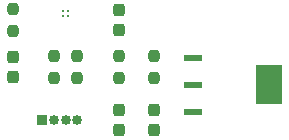
<source format=gbr>
%TF.GenerationSoftware,KiCad,Pcbnew,9.0.7*%
%TF.CreationDate,2026-01-29T16:33:12-08:00*%
%TF.ProjectId,Lab3,4c616233-2e6b-4696-9361-645f70636258,rev?*%
%TF.SameCoordinates,Original*%
%TF.FileFunction,Soldermask,Top*%
%TF.FilePolarity,Negative*%
%FSLAX46Y46*%
G04 Gerber Fmt 4.6, Leading zero omitted, Abs format (unit mm)*
G04 Created by KiCad (PCBNEW 9.0.7) date 2026-01-29 16:33:12*
%MOMM*%
%LPD*%
G01*
G04 APERTURE LIST*
G04 Aperture macros list*
%AMRoundRect*
0 Rectangle with rounded corners*
0 $1 Rounding radius*
0 $2 $3 $4 $5 $6 $7 $8 $9 X,Y pos of 4 corners*
0 Add a 4 corners polygon primitive as box body*
4,1,4,$2,$3,$4,$5,$6,$7,$8,$9,$2,$3,0*
0 Add four circle primitives for the rounded corners*
1,1,$1+$1,$2,$3*
1,1,$1+$1,$4,$5*
1,1,$1+$1,$6,$7*
1,1,$1+$1,$8,$9*
0 Add four rect primitives between the rounded corners*
20,1,$1+$1,$2,$3,$4,$5,0*
20,1,$1+$1,$4,$5,$6,$7,0*
20,1,$1+$1,$6,$7,$8,$9,0*
20,1,$1+$1,$8,$9,$2,$3,0*%
G04 Aperture macros list end*
%ADD10C,0.000000*%
%ADD11RoundRect,0.237500X-0.237500X0.250000X-0.237500X-0.250000X0.237500X-0.250000X0.237500X0.250000X0*%
%ADD12RoundRect,0.237500X-0.237500X0.300000X-0.237500X-0.300000X0.237500X-0.300000X0.237500X0.300000X0*%
%ADD13C,0.850000*%
%ADD14R,0.850000X0.850000*%
%ADD15RoundRect,0.237500X0.237500X-0.300000X0.237500X0.300000X-0.237500X0.300000X-0.237500X-0.300000X0*%
%ADD16RoundRect,0.237500X0.237500X-0.250000X0.237500X0.250000X-0.237500X0.250000X-0.237500X-0.250000X0*%
%ADD17C,0.203200*%
%ADD18RoundRect,0.237500X0.237500X-0.287500X0.237500X0.287500X-0.237500X0.287500X-0.237500X-0.287500X0*%
%ADD19R,1.549400X0.609600*%
G04 APERTURE END LIST*
D10*
%TO.C,U1*%
G36*
X137856100Y-85151000D02*
G01*
X135595500Y-85151000D01*
X135595500Y-81849000D01*
X137856100Y-81849000D01*
X137856100Y-85151000D01*
G37*
%TD*%
D11*
%TO.C,R5*%
X127000000Y-81087500D03*
X127000000Y-82912500D03*
%TD*%
D12*
%TO.C,C3*%
X127000000Y-87362500D03*
X127000000Y-85637500D03*
%TD*%
D13*
%TO.C,J1*%
X120500000Y-86500000D03*
X119500000Y-86500000D03*
X118500000Y-86500000D03*
D14*
X117500000Y-86500000D03*
%TD*%
D15*
%TO.C,C2*%
X124000000Y-85637500D03*
X124000000Y-87362500D03*
%TD*%
D16*
%TO.C,R4*%
X124000000Y-82912500D03*
X124000000Y-81087500D03*
%TD*%
%TO.C,R3*%
X118500000Y-82912500D03*
X118500000Y-81087500D03*
%TD*%
%TO.C,R2*%
X120500000Y-82912500D03*
X120500000Y-81087500D03*
%TD*%
D11*
%TO.C,R1*%
X115000000Y-77087500D03*
X115000000Y-78912500D03*
%TD*%
D12*
%TO.C,C1*%
X124000000Y-77137500D03*
X124000000Y-78862500D03*
%TD*%
D17*
%TO.C,U2*%
X119300000Y-77700000D03*
X119300000Y-77300000D03*
X119700000Y-77700000D03*
X119700000Y-77300000D03*
%TD*%
D18*
%TO.C,D1*%
X115000000Y-81125000D03*
X115000000Y-82875000D03*
%TD*%
D19*
%TO.C,U1*%
X130274200Y-81201300D03*
X130274200Y-83500000D03*
X130274200Y-85798700D03*
%TD*%
M02*

</source>
